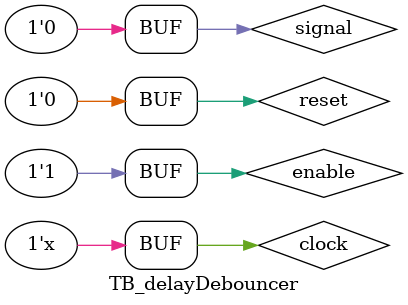
<source format=v>
`timescale 1ns / 1ps


module TB_delayDebouncer;
    
    reg reset=1'b0, enable=1'b1, clock=1'b1, signal=1'b0;
    wire debSignal;
    
    delayDebouncer UUT(
        .in_reset(reset),
        .in_enable(enable),
        .in_clock(clock),
        .in_signal(signal),
        .out_debouncedSignal(debSignal));
        
    always begin
        #1 clock = ~clock;
    end
    
    initial begin
        #4 signal = 1'b1;
        #3 signal = 1'b0;
        #4 signal = 1'b1;
        #6 signal = 1'b0;
        #2 signal = 1'b1;
        #13 signal = 1'b0;
    end

endmodule

</source>
